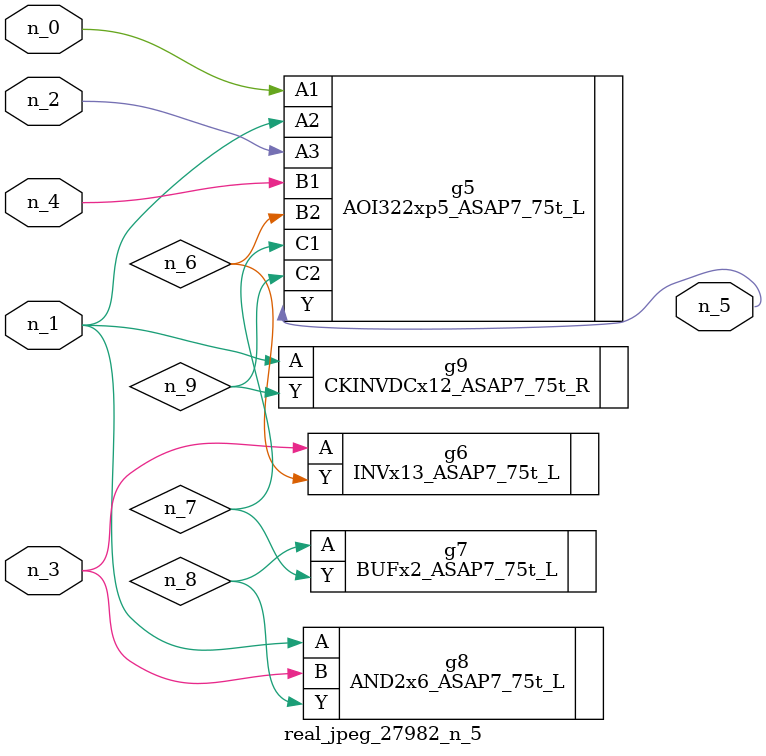
<source format=v>
module real_jpeg_27982_n_5 (n_4, n_0, n_1, n_2, n_3, n_5);

input n_4;
input n_0;
input n_1;
input n_2;
input n_3;

output n_5;

wire n_8;
wire n_6;
wire n_7;
wire n_9;

AOI322xp5_ASAP7_75t_L g5 ( 
.A1(n_0),
.A2(n_1),
.A3(n_2),
.B1(n_4),
.B2(n_6),
.C1(n_7),
.C2(n_9),
.Y(n_5)
);

AND2x6_ASAP7_75t_L g8 ( 
.A(n_1),
.B(n_3),
.Y(n_8)
);

CKINVDCx12_ASAP7_75t_R g9 ( 
.A(n_1),
.Y(n_9)
);

INVx13_ASAP7_75t_L g6 ( 
.A(n_3),
.Y(n_6)
);

BUFx2_ASAP7_75t_L g7 ( 
.A(n_8),
.Y(n_7)
);


endmodule
</source>
